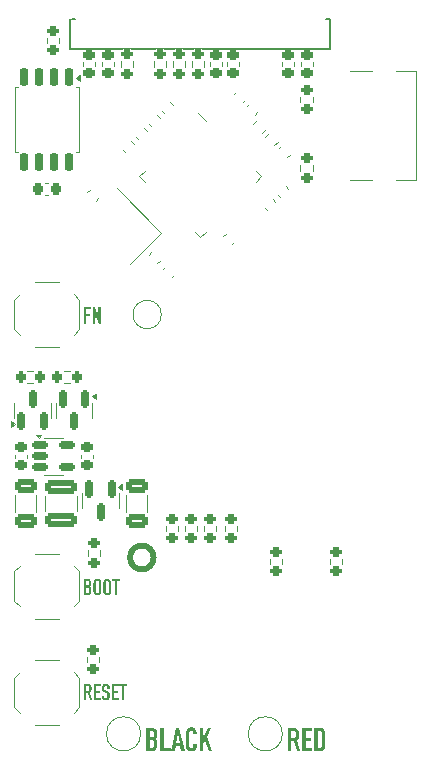
<source format=gto>
%TF.GenerationSoftware,KiCad,Pcbnew,8.99.0-2433-g53022ab347*%
%TF.CreationDate,2024-10-12T16:59:44+02:00*%
%TF.ProjectId,dmm_sao,646d6d5f-7361-46f2-9e6b-696361645f70,1.0*%
%TF.SameCoordinates,PX4f27ac0PY3ef1480*%
%TF.FileFunction,Legend,Top*%
%TF.FilePolarity,Positive*%
%FSLAX46Y46*%
G04 Gerber Fmt 4.6, Leading zero omitted, Abs format (unit mm)*
G04 Created by KiCad (PCBNEW 8.99.0-2433-g53022ab347) date 2024-10-12 16:59:44*
%MOMM*%
%LPD*%
G01*
G04 APERTURE LIST*
G04 Aperture macros list*
%AMRoundRect*
0 Rectangle with rounded corners*
0 $1 Rounding radius*
0 $2 $3 $4 $5 $6 $7 $8 $9 X,Y pos of 4 corners*
0 Add a 4 corners polygon primitive as box body*
4,1,4,$2,$3,$4,$5,$6,$7,$8,$9,$2,$3,0*
0 Add four circle primitives for the rounded corners*
1,1,$1+$1,$2,$3*
1,1,$1+$1,$4,$5*
1,1,$1+$1,$6,$7*
1,1,$1+$1,$8,$9*
0 Add four rect primitives between the rounded corners*
20,1,$1+$1,$2,$3,$4,$5,0*
20,1,$1+$1,$4,$5,$6,$7,0*
20,1,$1+$1,$6,$7,$8,$9,0*
20,1,$1+$1,$8,$9,$2,$3,0*%
%AMHorizOval*
0 Thick line with rounded ends*
0 $1 width*
0 $2 $3 position (X,Y) of the first rounded end (center of the circle)*
0 $4 $5 position (X,Y) of the second rounded end (center of the circle)*
0 Add line between two ends*
20,1,$1,$2,$3,$4,$5,0*
0 Add two circle primitives to create the rounded ends*
1,1,$1,$2,$3*
1,1,$1,$4,$5*%
%AMRotRect*
0 Rectangle, with rotation*
0 The origin of the aperture is its center*
0 $1 length*
0 $2 width*
0 $3 Rotation angle, in degrees counterclockwise*
0 Add horizontal line*
21,1,$1,$2,0,0,$3*%
G04 Aperture macros list end*
%ADD10C,0.280000*%
%ADD11C,0.400000*%
%ADD12C,0.120000*%
%ADD13C,0.500000*%
%ADD14C,0.127000*%
%ADD15RoundRect,0.200000X0.275000X-0.200000X0.275000X0.200000X-0.275000X0.200000X-0.275000X-0.200000X0*%
%ADD16RoundRect,0.225000X-0.017678X0.335876X-0.335876X0.017678X0.017678X-0.335876X0.335876X-0.017678X0*%
%ADD17RoundRect,0.225000X0.017678X-0.335876X0.335876X-0.017678X-0.017678X0.335876X-0.335876X0.017678X0*%
%ADD18RoundRect,0.225000X0.225000X0.250000X-0.225000X0.250000X-0.225000X-0.250000X0.225000X-0.250000X0*%
%ADD19RoundRect,0.225000X-0.250000X0.225000X-0.250000X-0.225000X0.250000X-0.225000X0.250000X0.225000X0*%
%ADD20RoundRect,0.150000X-0.150000X0.587500X-0.150000X-0.587500X0.150000X-0.587500X0.150000X0.587500X0*%
%ADD21R,1.000000X1.700000*%
%ADD22RoundRect,0.200000X-0.200000X-0.275000X0.200000X-0.275000X0.200000X0.275000X-0.200000X0.275000X0*%
%ADD23RoundRect,0.250000X0.650000X-0.325000X0.650000X0.325000X-0.650000X0.325000X-0.650000X-0.325000X0*%
%ADD24RoundRect,0.200000X-0.275000X0.200000X-0.275000X-0.200000X0.275000X-0.200000X0.275000X0.200000X0*%
%ADD25RoundRect,0.150000X-0.512500X-0.150000X0.512500X-0.150000X0.512500X0.150000X-0.512500X0.150000X0*%
%ADD26RoundRect,0.225000X0.335876X0.017678X0.017678X0.335876X-0.335876X-0.017678X-0.017678X-0.335876X0*%
%ADD27RoundRect,0.200000X-0.053033X0.335876X-0.335876X0.053033X0.053033X-0.335876X0.335876X-0.053033X0*%
%ADD28RoundRect,0.250000X1.075000X-0.375000X1.075000X0.375000X-1.075000X0.375000X-1.075000X-0.375000X0*%
%ADD29C,2.500000*%
%ADD30RoundRect,0.150000X-0.150000X0.650000X-0.150000X-0.650000X0.150000X-0.650000X0.150000X0.650000X0*%
%ADD31C,1.300000*%
%ADD32C,1.100000*%
%ADD33R,1.400000X1.800000*%
%ADD34R,3.000000X1.800000*%
%ADD35O,1.727200X1.727200*%
%ADD36R,1.727200X1.727200*%
%ADD37C,1.727200*%
%ADD38RoundRect,0.225000X-0.335876X-0.017678X-0.017678X-0.335876X0.335876X0.017678X0.017678X0.335876X0*%
%ADD39RoundRect,0.225000X0.250000X-0.225000X0.250000X0.225000X-0.250000X0.225000X-0.250000X-0.225000X0*%
%ADD40C,2.000000*%
%ADD41HorizOval,0.200000X-0.238649X0.238649X0.238649X-0.238649X0*%
%ADD42HorizOval,0.200000X-0.238649X-0.238649X0.238649X0.238649X0*%
%ADD43RotRect,0.800000X0.800000X315.000000*%
%ADD44C,0.650000*%
%ADD45R,1.150000X0.300000*%
%ADD46R,1.100000X0.300000*%
%ADD47O,2.100000X1.000000*%
%ADD48O,1.600000X1.000000*%
%ADD49R,0.400000X2.540000*%
%ADD50RoundRect,0.150000X0.150000X-0.587500X0.150000X0.587500X-0.150000X0.587500X-0.150000X-0.587500X0*%
%ADD51RotRect,1.600000X1.300000X135.000000*%
G04 APERTURE END LIST*
D10*
G36*
X7511302Y-52374700D02*
G01*
X7583070Y-52396120D01*
X7645331Y-52430758D01*
X7693688Y-52473997D01*
X7730516Y-52526272D01*
X7755237Y-52586068D01*
X7769176Y-52650299D01*
X7773873Y-52717544D01*
X7773873Y-52768236D01*
X7771466Y-52822464D01*
X7765068Y-52863638D01*
X7753925Y-52900872D01*
X7738995Y-52931855D01*
X7698594Y-52981295D01*
X7638208Y-53025375D01*
X7681148Y-53051580D01*
X7715021Y-53084216D01*
X7740876Y-53123854D01*
X7758106Y-53168478D01*
X7769610Y-53226488D01*
X7773873Y-53301064D01*
X7773873Y-53379882D01*
X7767454Y-53473008D01*
X7749622Y-53549464D01*
X7721877Y-53612186D01*
X7684798Y-53663521D01*
X7637413Y-53704150D01*
X7576477Y-53734756D01*
X7498796Y-53754703D01*
X7400218Y-53762000D01*
X7128290Y-53762000D01*
X7128290Y-53561879D01*
X7328240Y-53561879D01*
X7414750Y-53561879D01*
X7471974Y-53556881D01*
X7510152Y-53544098D01*
X7540582Y-53522590D01*
X7562298Y-53494602D01*
X7576296Y-53460883D01*
X7583925Y-53419461D01*
X7587858Y-53324487D01*
X7581959Y-53231565D01*
X7572813Y-53194136D01*
X7558365Y-53164374D01*
X7535361Y-53140455D01*
X7505194Y-53123769D01*
X7468934Y-53114531D01*
X7416717Y-53110946D01*
X7328240Y-53110946D01*
X7328240Y-53561879D01*
X7128290Y-53561879D01*
X7128290Y-52935872D01*
X7328240Y-52935872D01*
X7418683Y-52935872D01*
X7483443Y-52929154D01*
X7526199Y-52911844D01*
X7553407Y-52886035D01*
X7571345Y-52851021D01*
X7583357Y-52803665D01*
X7587858Y-52740454D01*
X7582865Y-52678868D01*
X7569538Y-52633202D01*
X7549475Y-52599745D01*
X7520295Y-52575502D01*
X7476034Y-52559190D01*
X7410818Y-52552900D01*
X7328240Y-52552900D01*
X7328240Y-52935872D01*
X7128290Y-52935872D01*
X7128290Y-52366884D01*
X7419794Y-52366884D01*
X7511302Y-52374700D01*
G37*
G36*
X8347090Y-52358125D02*
G01*
X8407488Y-52374407D01*
X8464571Y-52400840D01*
X8516310Y-52437153D01*
X8558458Y-52484950D01*
X8592734Y-52545035D01*
X8614472Y-52613056D01*
X8622140Y-52694035D01*
X8622140Y-53431685D01*
X8614333Y-53515791D01*
X8592734Y-53582652D01*
X8558481Y-53640715D01*
X8516310Y-53686602D01*
X8464443Y-53724487D01*
X8407488Y-53751399D01*
X8347094Y-53767617D01*
X8286954Y-53772942D01*
X8226740Y-53767615D01*
X8166334Y-53751399D01*
X8109721Y-53724399D01*
X8059478Y-53686602D01*
X8015781Y-53640573D01*
X7981089Y-53582652D01*
X7959489Y-53515791D01*
X7951682Y-53431685D01*
X7951682Y-52694035D01*
X8151631Y-52694035D01*
X8151631Y-53431685D01*
X8156678Y-53478280D01*
X8170370Y-53512917D01*
X8191809Y-53538542D01*
X8235443Y-53564164D01*
X8286954Y-53572821D01*
X8338391Y-53564168D01*
X8382013Y-53538542D01*
X8403452Y-53512917D01*
X8417144Y-53478280D01*
X8422191Y-53431685D01*
X8422191Y-52694035D01*
X8417142Y-52647443D01*
X8403449Y-52612838D01*
X8382013Y-52587265D01*
X8338385Y-52561573D01*
X8286954Y-52552900D01*
X8235449Y-52561576D01*
X8191809Y-52587265D01*
X8170373Y-52612838D01*
X8156680Y-52647443D01*
X8151631Y-52694035D01*
X7951682Y-52694035D01*
X7959350Y-52613056D01*
X7981089Y-52545035D01*
X8015807Y-52485092D01*
X8059478Y-52437153D01*
X8109590Y-52400930D01*
X8166334Y-52374407D01*
X8226743Y-52358127D01*
X8286954Y-52352779D01*
X8347090Y-52358125D01*
G37*
G36*
X9181424Y-52358125D02*
G01*
X9241821Y-52374407D01*
X9298904Y-52400840D01*
X9350644Y-52437153D01*
X9392792Y-52484950D01*
X9427067Y-52545035D01*
X9448806Y-52613056D01*
X9456474Y-52694035D01*
X9456474Y-53431685D01*
X9448667Y-53515791D01*
X9427067Y-53582652D01*
X9392814Y-53640715D01*
X9350644Y-53686602D01*
X9298777Y-53724487D01*
X9241821Y-53751399D01*
X9181427Y-53767617D01*
X9121287Y-53772942D01*
X9061073Y-53767615D01*
X9000668Y-53751399D01*
X8944055Y-53724399D01*
X8893812Y-53686602D01*
X8850114Y-53640573D01*
X8815422Y-53582652D01*
X8793822Y-53515791D01*
X8786015Y-53431685D01*
X8786015Y-52694035D01*
X8985965Y-52694035D01*
X8985965Y-53431685D01*
X8991011Y-53478280D01*
X9004704Y-53512917D01*
X9026143Y-53538542D01*
X9069776Y-53564164D01*
X9121287Y-53572821D01*
X9172725Y-53564168D01*
X9216347Y-53538542D01*
X9237786Y-53512917D01*
X9251478Y-53478280D01*
X9256525Y-53431685D01*
X9256525Y-52694035D01*
X9251476Y-52647443D01*
X9237782Y-52612838D01*
X9216347Y-52587265D01*
X9172718Y-52561573D01*
X9121287Y-52552900D01*
X9069783Y-52561576D01*
X9026143Y-52587265D01*
X9004707Y-52612838D01*
X8991013Y-52647443D01*
X8985965Y-52694035D01*
X8786015Y-52694035D01*
X8793684Y-52613056D01*
X8815422Y-52545035D01*
X8850141Y-52485092D01*
X8893812Y-52437153D01*
X8943923Y-52400930D01*
X9000668Y-52374407D01*
X9061077Y-52358127D01*
X9121287Y-52352779D01*
X9181424Y-52358125D01*
G37*
G36*
X9741823Y-53762000D02*
G01*
X9741823Y-52552900D01*
X9509560Y-52552900D01*
X9509560Y-52366884D01*
X10171556Y-52366884D01*
X10171556Y-52552900D01*
X9941772Y-52552900D01*
X9941772Y-53762000D01*
X9741823Y-53762000D01*
G37*
G36*
X7545897Y-61275809D02*
G01*
X7622503Y-61300506D01*
X7683598Y-61339373D01*
X7731972Y-61392949D01*
X7768660Y-61463823D01*
X7792788Y-61556320D01*
X7801689Y-61676101D01*
X7797027Y-61757791D01*
X7783942Y-61827038D01*
X7763477Y-61885710D01*
X7732400Y-61938375D01*
X7688312Y-61984560D01*
X7629180Y-62024794D01*
X7844774Y-62662000D01*
X7633113Y-62662000D01*
X7447696Y-62065656D01*
X7328701Y-62065656D01*
X7328701Y-62662000D01*
X7128751Y-62662000D01*
X7128751Y-61890583D01*
X7328701Y-61890583D01*
X7441797Y-61890583D01*
X7491413Y-61886462D01*
X7525658Y-61875794D01*
X7553686Y-61857599D01*
X7574470Y-61833393D01*
X7587305Y-61803677D01*
X7595927Y-61765347D01*
X7601740Y-61671741D01*
X7595927Y-61578135D01*
X7586915Y-61539654D01*
X7572504Y-61508038D01*
X7543233Y-61479191D01*
X7498475Y-61460186D01*
X7432052Y-61452900D01*
X7328701Y-61452900D01*
X7328701Y-61890583D01*
X7128751Y-61890583D01*
X7128751Y-61266884D01*
X7449576Y-61266884D01*
X7545897Y-61275809D01*
G37*
G36*
X7963085Y-62662000D02*
G01*
X7963085Y-61266884D01*
X8559428Y-61266884D01*
X8559428Y-61452900D01*
X8163034Y-61452900D01*
X8163034Y-61863228D01*
X8507453Y-61863228D01*
X8507453Y-62049243D01*
X8163034Y-62049243D01*
X8163034Y-62461879D01*
X8559428Y-62461879D01*
X8559428Y-62662000D01*
X7963085Y-62662000D01*
G37*
G36*
X9336572Y-61666698D02*
G01*
X9136623Y-61666698D01*
X9136623Y-61621562D01*
X9128253Y-61556518D01*
X9104309Y-61502908D01*
X9079025Y-61475927D01*
X9043950Y-61459086D01*
X8995658Y-61452900D01*
X8957165Y-61457159D01*
X8929151Y-61468629D01*
X8905991Y-61486375D01*
X8888032Y-61507781D01*
X8874946Y-61534705D01*
X8866490Y-61565654D01*
X8860592Y-61633273D01*
X8863498Y-61702003D01*
X8878287Y-61751071D01*
X8892454Y-61770901D01*
X8912481Y-61788343D01*
X8974201Y-61819630D01*
X9126963Y-61880496D01*
X9189184Y-61909310D01*
X9234674Y-61940335D01*
X9271639Y-61977583D01*
X9299301Y-62019751D01*
X9317140Y-62069013D01*
X9328708Y-62126692D01*
X9336572Y-62262956D01*
X9332004Y-62349405D01*
X9318877Y-62426830D01*
X9295281Y-62497972D01*
X9262029Y-62555229D01*
X9214849Y-62603872D01*
X9153976Y-62641569D01*
X9082698Y-62664553D01*
X8991127Y-62672942D01*
X8920426Y-62666467D01*
X8855719Y-62647467D01*
X8796969Y-62616760D01*
X8747752Y-62576771D01*
X8707455Y-62528193D01*
X8676201Y-62471881D01*
X8656449Y-62409954D01*
X8649700Y-62341431D01*
X8649700Y-62266888D01*
X8849650Y-62266888D01*
X8849650Y-62329719D01*
X8857749Y-62381865D01*
X8882048Y-62428711D01*
X8906940Y-62452180D01*
X8942089Y-62467217D01*
X8991127Y-62472821D01*
X9039103Y-62468674D01*
X9070799Y-62458118D01*
X9096117Y-62440196D01*
X9114995Y-62415974D01*
X9127295Y-62386558D01*
X9133631Y-62350236D01*
X9136623Y-62264922D01*
X9132690Y-62174735D01*
X9126430Y-62141479D01*
X9117047Y-62117802D01*
X9101168Y-62098288D01*
X9080801Y-62082582D01*
X9021047Y-62053090D01*
X8878116Y-61994191D01*
X8796816Y-61952177D01*
X8740753Y-61905439D01*
X8704667Y-61853995D01*
X8681175Y-61794203D01*
X8666067Y-61722098D01*
X8660642Y-61635239D01*
X8666106Y-61558253D01*
X8682185Y-61486239D01*
X8709523Y-61419731D01*
X8746811Y-61364679D01*
X8793096Y-61319166D01*
X8851616Y-61283212D01*
X8919282Y-61260822D01*
X9003437Y-61252779D01*
X9075520Y-61259826D01*
X9139615Y-61280306D01*
X9197596Y-61312433D01*
X9246386Y-61352882D01*
X9297183Y-61419874D01*
X9326681Y-61491058D01*
X9336572Y-61568561D01*
X9336572Y-61666698D01*
G37*
G36*
X9482666Y-62662000D02*
G01*
X9482666Y-61266884D01*
X10079009Y-61266884D01*
X10079009Y-61452900D01*
X9682615Y-61452900D01*
X9682615Y-61863228D01*
X10027034Y-61863228D01*
X10027034Y-62049243D01*
X9682615Y-62049243D01*
X9682615Y-62461879D01*
X10079009Y-62461879D01*
X10079009Y-62662000D01*
X9482666Y-62662000D01*
G37*
G36*
X10341363Y-62662000D02*
G01*
X10341363Y-61452900D01*
X10109100Y-61452900D01*
X10109100Y-61266884D01*
X10771096Y-61266884D01*
X10771096Y-61452900D01*
X10541312Y-61452900D01*
X10541312Y-62662000D01*
X10341363Y-62662000D01*
G37*
D11*
G36*
X12980027Y-64978143D02*
G01*
X13082554Y-65008743D01*
X13171497Y-65058226D01*
X13240579Y-65119996D01*
X13293191Y-65194674D01*
X13328506Y-65280097D01*
X13348419Y-65371856D01*
X13355129Y-65467920D01*
X13355129Y-65540338D01*
X13351690Y-65617807D01*
X13342550Y-65676625D01*
X13326632Y-65729817D01*
X13305303Y-65774078D01*
X13247588Y-65844708D01*
X13161322Y-65907679D01*
X13222665Y-65945114D01*
X13271054Y-65991738D01*
X13307990Y-66048363D01*
X13332604Y-66112112D01*
X13349039Y-66194983D01*
X13355129Y-66301521D01*
X13355129Y-66414117D01*
X13345959Y-66547155D01*
X13320485Y-66656378D01*
X13280849Y-66745980D01*
X13227878Y-66819316D01*
X13160186Y-66877358D01*
X13073134Y-66921080D01*
X12962161Y-66949577D01*
X12821336Y-66960000D01*
X12432868Y-66960000D01*
X12432868Y-66674113D01*
X12718510Y-66674113D01*
X12842096Y-66674113D01*
X12923844Y-66666973D01*
X12978384Y-66648712D01*
X13021856Y-66617986D01*
X13052878Y-66578004D01*
X13072876Y-66529833D01*
X13083775Y-66470659D01*
X13089392Y-66334982D01*
X13080966Y-66202236D01*
X13067901Y-66148767D01*
X13047260Y-66106249D01*
X13014397Y-66072079D01*
X12971301Y-66048241D01*
X12919501Y-66035045D01*
X12844905Y-66029923D01*
X12718510Y-66029923D01*
X12718510Y-66674113D01*
X12432868Y-66674113D01*
X12432868Y-65779818D01*
X12718510Y-65779818D01*
X12847714Y-65779818D01*
X12940229Y-65770220D01*
X13001309Y-65745492D01*
X13040177Y-65708621D01*
X13065803Y-65658601D01*
X13082963Y-65590951D01*
X13089392Y-65500648D01*
X13082261Y-65412669D01*
X13063221Y-65347432D01*
X13034560Y-65299637D01*
X12992875Y-65265003D01*
X12929645Y-65241700D01*
X12836479Y-65232714D01*
X12718510Y-65232714D01*
X12718510Y-65779818D01*
X12432868Y-65779818D01*
X12432868Y-64966978D01*
X12849302Y-64966978D01*
X12980027Y-64978143D01*
G37*
G36*
X13624773Y-66964518D02*
G01*
X13624773Y-64966978D01*
X13910415Y-64966978D01*
X13910415Y-66678632D01*
X14476692Y-66678632D01*
X14476692Y-66964518D01*
X13624773Y-66964518D01*
G37*
G36*
X15661514Y-66963907D02*
G01*
X15375872Y-66963907D01*
X15291852Y-66530132D01*
X14902651Y-66530132D01*
X14818754Y-66963907D01*
X14533112Y-66963907D01*
X14689039Y-66264396D01*
X14953087Y-66264396D01*
X15238729Y-66264396D01*
X15098656Y-65541437D01*
X15093039Y-65541437D01*
X14953087Y-66264396D01*
X14689039Y-66264396D01*
X14978244Y-64966978D01*
X15216259Y-64966978D01*
X15661514Y-66963907D01*
G37*
G36*
X16706140Y-66389937D02*
G01*
X16706140Y-66513279D01*
X16697346Y-66603597D01*
X16671214Y-66688401D01*
X16629611Y-66766576D01*
X16574860Y-66835436D01*
X16508222Y-66893145D01*
X16430757Y-66937773D01*
X16345697Y-66966062D01*
X16253436Y-66975631D01*
X16172333Y-66970107D01*
X16088450Y-66953161D01*
X16008927Y-66922330D01*
X15937630Y-66874637D01*
X15877322Y-66811673D01*
X15827233Y-66730411D01*
X15795678Y-66634744D01*
X15783879Y-66504853D01*
X15783879Y-65406371D01*
X15792411Y-65310919D01*
X15817341Y-65224288D01*
X15858147Y-65145440D01*
X15912473Y-65078597D01*
X15979344Y-65023918D01*
X16059141Y-64981877D01*
X16147681Y-64955835D01*
X16247819Y-64946828D01*
X16346426Y-64955558D01*
X16432322Y-64980629D01*
X16507898Y-65021391D01*
X16574860Y-65078597D01*
X16629280Y-65148334D01*
X16671214Y-65231249D01*
X16697220Y-65322358D01*
X16706140Y-65423224D01*
X16706140Y-65535331D01*
X16420498Y-65535331D01*
X16420498Y-65439954D01*
X16408425Y-65360918D01*
X16373115Y-65294385D01*
X16337767Y-65260085D01*
X16295795Y-65239767D01*
X16245010Y-65232714D01*
X16178139Y-65241200D01*
X16133350Y-65263565D01*
X16104326Y-65298538D01*
X16078925Y-65369777D01*
X16069521Y-65465233D01*
X16069521Y-66485314D01*
X16079448Y-66567052D01*
X16107135Y-66630882D01*
X16136923Y-66662235D01*
X16180265Y-66682248D01*
X16242201Y-66689745D01*
X16302041Y-66679975D01*
X16362002Y-66647735D01*
X16384232Y-66622019D01*
X16403646Y-66586064D01*
X16415927Y-66544009D01*
X16420498Y-66488122D01*
X16420498Y-66389937D01*
X16706140Y-66389937D01*
G37*
G36*
X16938660Y-66960000D02*
G01*
X16938660Y-64966978D01*
X17224302Y-64966978D01*
X17224302Y-65876660D01*
X17229919Y-65876660D01*
X17647086Y-64966978D01*
X17932728Y-64966978D01*
X17543527Y-65764797D01*
X18005512Y-66960000D01*
X17703140Y-66960000D01*
X17378297Y-66075474D01*
X17224302Y-66363803D01*
X17224302Y-66960000D01*
X16938660Y-66960000D01*
G37*
G36*
X25028790Y-64979727D02*
G01*
X25138227Y-65015008D01*
X25225505Y-65070533D01*
X25294612Y-65147070D01*
X25347023Y-65248319D01*
X25381492Y-65380457D01*
X25394207Y-65551573D01*
X25387547Y-65668274D01*
X25368855Y-65767198D01*
X25339619Y-65851015D01*
X25295223Y-65926251D01*
X25232241Y-65992229D01*
X25147766Y-66049706D01*
X25455757Y-66960000D01*
X25153384Y-66960000D01*
X24888503Y-66108080D01*
X24718510Y-66108080D01*
X24718510Y-66960000D01*
X24432868Y-66960000D01*
X24432868Y-65857976D01*
X24718510Y-65857976D01*
X24880076Y-65857976D01*
X24950956Y-65852089D01*
X24999877Y-65836849D01*
X25039917Y-65810856D01*
X25069609Y-65776277D01*
X25087945Y-65733825D01*
X25100261Y-65679068D01*
X25108565Y-65545345D01*
X25100261Y-65411622D01*
X25087388Y-65356648D01*
X25066800Y-65311482D01*
X25024984Y-65270274D01*
X24961045Y-65243122D01*
X24866154Y-65232714D01*
X24718510Y-65232714D01*
X24718510Y-65857976D01*
X24432868Y-65857976D01*
X24432868Y-64966978D01*
X24891189Y-64966978D01*
X25028790Y-64979727D01*
G37*
G36*
X25624773Y-66960000D02*
G01*
X25624773Y-64966978D01*
X26476692Y-64966978D01*
X26476692Y-65232714D01*
X25910415Y-65232714D01*
X25910415Y-65818897D01*
X26402442Y-65818897D01*
X26402442Y-66084633D01*
X25910415Y-66084633D01*
X25910415Y-66674113D01*
X26476692Y-66674113D01*
X26476692Y-66960000D01*
X25624773Y-66960000D01*
G37*
G36*
X27205072Y-64976537D02*
G01*
X27305525Y-65003162D01*
X27387913Y-65044902D01*
X27455373Y-65101434D01*
X27508807Y-65171838D01*
X27548381Y-65256669D01*
X27573600Y-65358844D01*
X27582623Y-65482086D01*
X27582623Y-66414239D01*
X27572608Y-66555489D01*
X27545146Y-66667878D01*
X27502959Y-66756936D01*
X27447069Y-66827009D01*
X27375771Y-66882806D01*
X27289255Y-66924148D01*
X27184390Y-66950537D01*
X27057135Y-66960000D01*
X26660362Y-66960000D01*
X26660362Y-66694263D01*
X26946004Y-66694263D01*
X27076919Y-66694263D01*
X27154361Y-66686378D01*
X27208967Y-66665528D01*
X27246789Y-66633813D01*
X27272772Y-66590461D01*
X27290318Y-66529183D01*
X27296981Y-66444159D01*
X27296981Y-65480010D01*
X27283898Y-65370672D01*
X27249598Y-65297316D01*
X27212925Y-65263558D01*
X27157757Y-65241247D01*
X27076919Y-65232714D01*
X26946004Y-65232714D01*
X26946004Y-66694263D01*
X26660362Y-66694263D01*
X26660362Y-64966978D01*
X27082414Y-64966978D01*
X27205072Y-64976537D01*
G37*
D10*
G36*
X7155600Y-30762000D02*
G01*
X7155600Y-29366884D01*
X7751944Y-29366884D01*
X7751944Y-29552900D01*
X7355550Y-29552900D01*
X7355550Y-29979641D01*
X7699969Y-29979641D01*
X7699969Y-30165656D01*
X7355550Y-30165656D01*
X7355550Y-30762000D01*
X7155600Y-30762000D01*
G37*
G36*
X7875042Y-30762000D02*
G01*
X7875042Y-29366884D01*
X8065246Y-29366884D01*
X8372907Y-30207458D01*
X8372907Y-29366884D01*
X8572856Y-29366884D01*
X8572856Y-30762000D01*
X8386499Y-30762000D01*
X8074991Y-29923392D01*
X8074991Y-30762000D01*
X7875042Y-30762000D01*
G37*
D12*
%TO.C,R7*%
X14677500Y-9037258D02*
X14677500Y-8562742D01*
X15722500Y-9037258D02*
X15722500Y-8562742D01*
%TO.C,C14*%
X19138782Y-23139970D02*
X18939970Y-23338782D01*
X19860030Y-23861218D02*
X19661218Y-24060030D01*
%TO.C,C22*%
X12639970Y-24938782D02*
X12838782Y-24739970D01*
X13361218Y-25660030D02*
X13560030Y-25461218D01*
%TO.C,C18*%
X20912978Y-12365774D02*
X21111789Y-12166962D01*
X21634227Y-13087022D02*
X21833038Y-12888210D01*
%TO.C,C13*%
X4140581Y-18890001D02*
X3859419Y-18890000D01*
X4140581Y-19910000D02*
X3859419Y-19909999D01*
%TO.C,R1*%
X19077500Y-48337258D02*
X19077500Y-47862742D01*
X20122500Y-48337258D02*
X20122500Y-47862742D01*
%TO.C,C7*%
X1290001Y-41859419D02*
X1290001Y-42140581D01*
X2309999Y-41859419D02*
X2309999Y-42140581D01*
%TO.C,Q2*%
X4739997Y-38100000D02*
X4739997Y-37450001D01*
X4739997Y-38100000D02*
X4739997Y-38750000D01*
X7859997Y-38100000D02*
X7859997Y-37450000D01*
X7859997Y-38100000D02*
X7859997Y-38749999D01*
X8139996Y-37177499D02*
X7809997Y-36937500D01*
X8139997Y-36697500D01*
X8139996Y-37177499D01*
G36*
X8139996Y-37177499D02*
G01*
X7809997Y-36937500D01*
X8139997Y-36697500D01*
X8139996Y-37177499D01*
G37*
%TO.C,SW1*%
X1250000Y-31250000D02*
X1250000Y-28750000D01*
X1699999Y-28300000D02*
X1250000Y-28750000D01*
X1700001Y-31700000D02*
X1250000Y-31250000D01*
X3000000Y-32750000D02*
X4999999Y-32749999D01*
X3000001Y-27250001D02*
X5000000Y-27250000D01*
X6299999Y-28300000D02*
X6750000Y-28750000D01*
X6300001Y-31700000D02*
X6750000Y-31250000D01*
X6750000Y-31250000D02*
X6750000Y-28750000D01*
%TO.C,R9*%
X2362742Y-34777500D02*
X2837258Y-34777500D01*
X2362742Y-35822500D02*
X2837258Y-35822500D01*
%TO.C,C8*%
X1290000Y-46711252D02*
X1290000Y-45288748D01*
X3110000Y-46711252D02*
X3110000Y-45288748D01*
%TO.C,C10*%
X10690000Y-46711252D02*
X10690000Y-45288748D01*
X12510000Y-46711252D02*
X12510000Y-45288748D01*
%TO.C,R3*%
X15677500Y-47862742D02*
X15677500Y-48337258D01*
X16722500Y-47862742D02*
X16722500Y-48337258D01*
%TO.C,U1*%
X4600000Y-40440000D02*
X3800000Y-40440000D01*
X4600000Y-40440000D02*
X5400000Y-40440000D01*
X4600000Y-43560000D02*
X3800000Y-43560000D01*
X4600000Y-43560000D02*
X5400000Y-43560000D01*
X3300000Y-40490000D02*
X3060000Y-40160000D01*
X3540000Y-40160000D01*
X3300000Y-40490000D01*
G36*
X3300000Y-40490000D02*
G01*
X3060000Y-40160000D01*
X3540000Y-40160000D01*
X3300000Y-40490000D01*
G37*
%TO.C,C17*%
X10638782Y-16260030D02*
X10439970Y-16061218D01*
X11360030Y-15538782D02*
X11161218Y-15339970D01*
%TO.C,R17*%
X3977500Y-6562742D02*
X3977500Y-7037258D01*
X5022500Y-6562742D02*
X5022500Y-7037258D01*
%TO.C,R10*%
X5462742Y-34777500D02*
X5937258Y-34777500D01*
X5462742Y-35822500D02*
X5937258Y-35822500D01*
%TO.C,R6*%
X13077500Y-9037258D02*
X13077500Y-8562742D01*
X14122500Y-9037258D02*
X14122500Y-8562742D01*
%TO.C,R15*%
X21798303Y-13562770D02*
X21462770Y-13898303D01*
X22537230Y-14301697D02*
X22201697Y-14637230D01*
%TO.C,C21*%
X7638782Y-19439970D02*
X7439970Y-19638782D01*
X8360030Y-20161218D02*
X8161218Y-20360030D01*
%TO.C,C20*%
X23639970Y-15938782D02*
X23838781Y-15739970D01*
X24361219Y-16660030D02*
X24560030Y-16461218D01*
%TO.C,L1*%
X3840000Y-46602064D02*
X3840000Y-45397935D01*
X6560000Y-46602065D02*
X6560000Y-45397936D01*
%TO.C,R14*%
X22848303Y-14612770D02*
X22512770Y-14948303D01*
X23587230Y-15351697D02*
X23251697Y-15687230D01*
%TO.C,R2*%
X14077500Y-48337258D02*
X14077500Y-47862742D01*
X15122500Y-48337258D02*
X15122500Y-47862742D01*
%TO.C,R16*%
X7377500Y-59437258D02*
X7377500Y-58962742D01*
X8422500Y-59437258D02*
X8422500Y-58962742D01*
%TO.C,R4*%
X17277500Y-47862742D02*
X17277500Y-48337258D01*
X18322500Y-47862742D02*
X18322500Y-48337258D01*
%TO.C,R5*%
X16277500Y-9037258D02*
X16277500Y-8562742D01*
X17322500Y-9037258D02*
X17322500Y-8562742D01*
%TO.C,R19*%
X27977500Y-50662742D02*
X27977500Y-51137258D01*
X29022500Y-50662742D02*
X29022500Y-51137258D01*
%TO.C,J2*%
X11950000Y-65500000D02*
G75*
G02*
X9050000Y-65500000I-1450000J0D01*
G01*
X9050000Y-65500000D02*
G75*
G02*
X11950000Y-65500000I1450000J0D01*
G01*
%TO.C,U3*%
X1275000Y-10775000D02*
X1534996Y-10775001D01*
X1275000Y-13500000D02*
X1275000Y-10775000D01*
X1275000Y-13500000D02*
X1275000Y-16225000D01*
X1275000Y-16225000D02*
X1535000Y-16225000D01*
X6725000Y-10775000D02*
X6465000Y-10775000D01*
X6725000Y-13500000D02*
X6725000Y-10775000D01*
X6725000Y-13500000D02*
X6725000Y-16225000D01*
X6725000Y-16225000D02*
X6465004Y-16224999D01*
X6795000Y-10232500D02*
X6464999Y-9992499D01*
X6795000Y-9752500D01*
X6795000Y-10232500D01*
G36*
X6795000Y-10232500D02*
G01*
X6464999Y-9992499D01*
X6795000Y-9752500D01*
X6795000Y-10232500D01*
G37*
D13*
%TO.C,X1*%
X13047000Y-50571000D02*
G75*
G02*
X11047000Y-50571000I-1000000J0D01*
G01*
X11047000Y-50571000D02*
G75*
G02*
X13047000Y-50571000I1000000J0D01*
G01*
D12*
%TO.C,C11*%
X23539970Y-19861218D02*
X23738782Y-20060030D01*
X24261218Y-19139970D02*
X24460030Y-19338782D01*
%TO.C,C1*%
X25490000Y-8940581D02*
X25490000Y-8659419D01*
X26510000Y-8940581D02*
X26510000Y-8659419D01*
%TO.C,J1*%
X23950000Y-65500000D02*
G75*
G02*
X21050000Y-65500000I-1450000J0D01*
G01*
X21050000Y-65500000D02*
G75*
G02*
X23950000Y-65500000I1450000J0D01*
G01*
%TO.C,TP1*%
X13700000Y-30000000D02*
G75*
G02*
X11300000Y-30000000I-1200000J0D01*
G01*
X11300000Y-30000000D02*
G75*
G02*
X13700000Y-30000000I1200000J0D01*
G01*
%TO.C,C12*%
X22439970Y-20961218D02*
X22638782Y-21160030D01*
X23161218Y-20239970D02*
X23360030Y-20438782D01*
%TO.C,R18*%
X22877500Y-50662742D02*
X22877500Y-51137258D01*
X23922500Y-50662742D02*
X23922500Y-51137258D01*
%TO.C,C6*%
X8690001Y-8659419D02*
X8690000Y-8940581D01*
X9710000Y-8659419D02*
X9709999Y-8940581D01*
%TO.C,C16*%
X12838782Y-14060030D02*
X12639970Y-13861218D01*
X13560030Y-13338782D02*
X13361218Y-13139970D01*
%TO.C,C24*%
X13938782Y-12960030D02*
X13739970Y-12761218D01*
X14660030Y-12238782D02*
X14461218Y-12039970D01*
%TO.C,U2*%
X6995000Y-45740000D02*
X6995000Y-45090000D01*
X6995000Y-45740000D02*
X6995000Y-46389999D01*
X10115000Y-45740000D02*
X10115000Y-45090001D01*
X10115000Y-45740000D02*
X10115000Y-46390000D01*
X10394999Y-44817499D02*
X10065000Y-44577500D01*
X10395000Y-44337500D01*
X10394999Y-44817499D01*
G36*
X10394999Y-44817499D02*
G01*
X10065000Y-44577500D01*
X10395000Y-44337500D01*
X10394999Y-44817499D01*
G37*
%TO.C,R8*%
X10277500Y-8562742D02*
X10277500Y-9037258D01*
X11322500Y-8562742D02*
X11322500Y-9037258D01*
%TO.C,R12*%
X25477500Y-11562742D02*
X25477500Y-12037258D01*
X26522500Y-11562742D02*
X26522500Y-12037258D01*
%TO.C,C5*%
X17790000Y-8940581D02*
X17790000Y-8659419D01*
X18810000Y-8940581D02*
X18810000Y-8659419D01*
%TO.C,C3*%
X19290000Y-8940581D02*
X19290000Y-8659419D01*
X20310000Y-8940581D02*
X20310000Y-8659419D01*
%TO.C,U4*%
X11838120Y-18300000D02*
X12297741Y-17840381D01*
X12297740Y-18759621D02*
X11838120Y-18300000D01*
X16540381Y-23002259D02*
X17000000Y-23461880D01*
X17000000Y-23461880D02*
X17459621Y-23002260D01*
X17459619Y-13597741D02*
X16796706Y-12934828D01*
X21702260Y-17840379D02*
X22161880Y-18300000D01*
X22161880Y-18300000D02*
X21702259Y-18759619D01*
%TO.C,SW4*%
X1250000Y-54250000D02*
X1250000Y-51750000D01*
X1699999Y-51300000D02*
X1250000Y-51750000D01*
X1700001Y-54700000D02*
X1250000Y-54250000D01*
X3000000Y-55750000D02*
X4999999Y-55749999D01*
X3000001Y-50250001D02*
X5000000Y-50250000D01*
X6299999Y-51300000D02*
X6750000Y-51750000D01*
X6300001Y-54700000D02*
X6750000Y-54250000D01*
X6750000Y-54250000D02*
X6750000Y-51750000D01*
%TO.C,R11*%
X25477500Y-17837258D02*
X25477500Y-17362742D01*
X26522500Y-17837258D02*
X26522500Y-17362742D01*
%TO.C,C15*%
X14038782Y-25939970D02*
X13839970Y-26138782D01*
X14760030Y-26661218D02*
X14561218Y-26860030D01*
%TO.C,C4*%
X7090001Y-8659419D02*
X7090000Y-8940581D01*
X8110000Y-8659419D02*
X8109999Y-8940581D01*
%TO.C,J3*%
X29650000Y-18580001D02*
X31570001Y-18580000D01*
X31570000Y-9419999D02*
X29649998Y-9420000D01*
X33579999Y-9420000D02*
X35285000Y-9420000D01*
X35285000Y-9420000D02*
X35285000Y-18580000D01*
X35285000Y-18580000D02*
X33580000Y-18580000D01*
%TO.C,R13*%
X7477500Y-50437258D02*
X7477500Y-49962742D01*
X8522500Y-50437258D02*
X8522500Y-49962742D01*
D14*
%TO.C,OLEDM1*%
X5999998Y-7539999D02*
X6000000Y-4999999D01*
X6099999Y-5000001D02*
X6400001Y-5000000D01*
X27921998Y-7540000D02*
X6077999Y-7539997D01*
X28000000Y-5000001D02*
X27599999Y-5000000D01*
X28000000Y-5000001D02*
X28000000Y-7540001D01*
D12*
%TO.C,Q1*%
X1240000Y-38100000D02*
X1240000Y-37450001D01*
X1240000Y-38100000D02*
X1240000Y-38750000D01*
X4360000Y-38100000D02*
X4360000Y-37450000D01*
X4360000Y-38100000D02*
X4360000Y-38749999D01*
X1290000Y-39262500D02*
X960000Y-39502500D01*
X960000Y-39022499D01*
X1290000Y-39262500D01*
G36*
X1290000Y-39262500D02*
G01*
X960000Y-39502500D01*
X960000Y-39022499D01*
X1290000Y-39262500D01*
G37*
%TO.C,C19*%
X19862978Y-11315774D02*
X20061789Y-11116962D01*
X20584227Y-12037022D02*
X20783038Y-11838210D01*
%TO.C,C9*%
X6890000Y-41859419D02*
X6890001Y-42140581D01*
X7909999Y-41859419D02*
X7910000Y-42140581D01*
%TO.C,SW3*%
X1250000Y-63250000D02*
X1250000Y-60750000D01*
X1699999Y-60300000D02*
X1250000Y-60750000D01*
X1700001Y-63700000D02*
X1250000Y-63250000D01*
X3000000Y-64750000D02*
X4999999Y-64749999D01*
X3000001Y-59250001D02*
X5000000Y-59250000D01*
X6299999Y-60300000D02*
X6750000Y-60750000D01*
X6300001Y-63700000D02*
X6750000Y-63250000D01*
X6750000Y-63250000D02*
X6750000Y-60750000D01*
%TO.C,Y1*%
X11065687Y-25681982D02*
X13681979Y-23065684D01*
X13681979Y-23065684D02*
X9934313Y-19318018D01*
%TO.C,C23*%
X11738782Y-15160030D02*
X11539970Y-14961218D01*
X12460030Y-14438782D02*
X12261218Y-14239970D01*
%TO.C,C2*%
X23890000Y-8940581D02*
X23890000Y-8659419D01*
X24910000Y-8940581D02*
X24910000Y-8659419D01*
%TD*%
%LPC*%
D15*
%TO.C,R7*%
X15200000Y-9625000D03*
X15200000Y-7975000D03*
%TD*%
D16*
%TO.C,C14*%
X19948008Y-23051992D03*
X18851992Y-24148008D03*
%TD*%
D17*
%TO.C,C22*%
X12551992Y-25748008D03*
X13648008Y-24651992D03*
%TD*%
%TO.C,C18*%
X20825000Y-13175000D03*
X21921016Y-12078984D03*
%TD*%
D18*
%TO.C,C13*%
X4775001Y-19400000D03*
X3224999Y-19400000D03*
%TD*%
D15*
%TO.C,R1*%
X19600000Y-48925000D03*
X19600000Y-47275000D03*
%TD*%
D19*
%TO.C,C7*%
X1800000Y-41224999D03*
X1800000Y-42775001D03*
%TD*%
D20*
%TO.C,Q2*%
X7249996Y-37162499D03*
X5349998Y-37162499D03*
X6299997Y-39037500D03*
%TD*%
D21*
%TO.C,SW1*%
X2100000Y-33150000D03*
X2100000Y-26850000D03*
X5900000Y-33150000D03*
X5900000Y-26850000D03*
%TD*%
D22*
%TO.C,R9*%
X1775000Y-35300000D03*
X3425000Y-35300000D03*
%TD*%
D23*
%TO.C,C8*%
X2200000Y-47475000D03*
X2200000Y-44525000D03*
%TD*%
%TO.C,C10*%
X11600000Y-47475000D03*
X11600000Y-44525000D03*
%TD*%
D24*
%TO.C,R3*%
X16200000Y-47275000D03*
X16200000Y-48925000D03*
%TD*%
D25*
%TO.C,U1*%
X3462500Y-41050000D03*
X3462500Y-42000000D03*
X3462500Y-42950000D03*
X5737500Y-42950000D03*
X5737500Y-41050000D03*
%TD*%
D26*
%TO.C,C17*%
X11448008Y-16348008D03*
X10351992Y-15251992D03*
%TD*%
D24*
%TO.C,R17*%
X4500000Y-5975000D03*
X4500000Y-7625000D03*
%TD*%
D22*
%TO.C,R10*%
X4875000Y-35300000D03*
X6525000Y-35300000D03*
%TD*%
D15*
%TO.C,R6*%
X13600000Y-9625000D03*
X13600000Y-7975000D03*
%TD*%
D27*
%TO.C,R15*%
X22583363Y-13516637D03*
X21416637Y-14683363D03*
%TD*%
D16*
%TO.C,C21*%
X8448008Y-19351992D03*
X7351992Y-20448008D03*
%TD*%
D17*
%TO.C,C20*%
X23551992Y-16748008D03*
X24648008Y-15651992D03*
%TD*%
D28*
%TO.C,L1*%
X5200000Y-47400000D03*
X5200000Y-44600000D03*
%TD*%
D27*
%TO.C,R14*%
X23633363Y-14566637D03*
X22466637Y-15733363D03*
%TD*%
D15*
%TO.C,R2*%
X14600000Y-48925000D03*
X14600000Y-47275000D03*
%TD*%
%TO.C,R16*%
X7900000Y-60025000D03*
X7900000Y-58375000D03*
%TD*%
D24*
%TO.C,R4*%
X17800000Y-47275000D03*
X17800000Y-48925000D03*
%TD*%
D15*
%TO.C,R5*%
X16800000Y-9625000D03*
X16800000Y-7975000D03*
%TD*%
D24*
%TO.C,R19*%
X28500000Y-50075000D03*
X28500000Y-51725000D03*
%TD*%
D29*
%TO.C,J2*%
X10500000Y-65500000D03*
%TD*%
D30*
%TO.C,U3*%
X5905000Y-9900003D03*
X4635000Y-9900000D03*
X3365000Y-9900000D03*
X2095001Y-9899999D03*
X2095000Y-17099997D03*
X3365000Y-17100000D03*
X4635000Y-17100000D03*
X5904999Y-17100001D03*
%TD*%
D31*
%TO.C,SW2*%
X22000000Y-36000000D03*
D32*
X30000000Y-36000000D03*
D33*
X23500000Y-44100000D03*
X28500000Y-44100000D03*
D34*
X26000000Y-29900000D03*
D33*
X26000000Y-44100000D03*
%TD*%
D35*
%TO.C,X1*%
X14520000Y-52750000D03*
D36*
X14520000Y-55290000D03*
D35*
X17060000Y-52750000D03*
X17060000Y-55290000D03*
D37*
X19600000Y-52750000D03*
X19600000Y-55290000D03*
%TD*%
D38*
%TO.C,C11*%
X23451992Y-19051992D03*
X24548008Y-20148008D03*
%TD*%
D39*
%TO.C,C1*%
X26000000Y-9575001D03*
X26000000Y-8024999D03*
%TD*%
D29*
%TO.C,J1*%
X22500000Y-65500000D03*
%TD*%
D40*
%TO.C,TP1*%
X12500000Y-30000000D03*
%TD*%
D38*
%TO.C,C12*%
X22351992Y-20151992D03*
X23448008Y-21248008D03*
%TD*%
D24*
%TO.C,R18*%
X23400000Y-50075000D03*
X23400000Y-51725000D03*
%TD*%
D19*
%TO.C,C6*%
X9200000Y-8024999D03*
X9200000Y-9575001D03*
%TD*%
D26*
%TO.C,C16*%
X13648008Y-14148008D03*
X12551992Y-13051992D03*
%TD*%
%TO.C,C24*%
X14748008Y-13048008D03*
X13651992Y-11951992D03*
%TD*%
D20*
%TO.C,U2*%
X9505000Y-44802500D03*
X7605001Y-44802499D03*
X8555000Y-46677500D03*
%TD*%
D24*
%TO.C,R8*%
X10800000Y-7975000D03*
X10800000Y-9625000D03*
%TD*%
%TO.C,R12*%
X26000000Y-10975000D03*
X26000000Y-12625000D03*
%TD*%
D39*
%TO.C,C5*%
X18300000Y-9575001D03*
X18300000Y-8024999D03*
%TD*%
%TO.C,C3*%
X19800000Y-9575001D03*
X19800000Y-8024999D03*
%TD*%
D41*
%TO.C,U4*%
X16407797Y-14030841D03*
X16124956Y-14313685D03*
X15842112Y-14596528D03*
X15559270Y-14879371D03*
X15276427Y-15162214D03*
X14993584Y-15445056D03*
X14710743Y-15727898D03*
X14427900Y-16010743D03*
X14145055Y-16293583D03*
X13862214Y-16576427D03*
X13579371Y-16859269D03*
X13296529Y-17142111D03*
X13013683Y-17424956D03*
X12730840Y-17707797D03*
D42*
X12730841Y-18892203D03*
X13013685Y-19175044D03*
X13296528Y-19457888D03*
X13579371Y-19740730D03*
X13862214Y-20023573D03*
X14145056Y-20306416D03*
X14427898Y-20589257D03*
X14710743Y-20872100D03*
X14993583Y-21154945D03*
X15276427Y-21437786D03*
X15559269Y-21720629D03*
X15842111Y-22003471D03*
X16124956Y-22286317D03*
X16407797Y-22569160D03*
D41*
X17592203Y-22569159D03*
X17875044Y-22286315D03*
X18157888Y-22003472D03*
X18440730Y-21720629D03*
X18723573Y-21437786D03*
X19006416Y-21154944D03*
X19289257Y-20872102D03*
X19572100Y-20589257D03*
X19854945Y-20306417D03*
X20137786Y-20023573D03*
X20420629Y-19740731D03*
X20703471Y-19457889D03*
X20986317Y-19175044D03*
X21269160Y-18892203D03*
D42*
X21269159Y-17707797D03*
X20986315Y-17424956D03*
X20703472Y-17142112D03*
X20420629Y-16859270D03*
X20137786Y-16576427D03*
X19854944Y-16293584D03*
X19572102Y-16010743D03*
X19289257Y-15727900D03*
X19006417Y-15445055D03*
X18723573Y-15162214D03*
X18440731Y-14879371D03*
X18157889Y-14596529D03*
X17875044Y-14313683D03*
X17592203Y-14030840D03*
D43*
X16434312Y-17168627D03*
X15868628Y-17734314D03*
X15302943Y-18299999D03*
X17000001Y-16602943D03*
X17565686Y-17168628D03*
X17000000Y-17734315D03*
X16434315Y-18300000D03*
X15868627Y-18865688D03*
X18131373Y-17734312D03*
X17565685Y-18300000D03*
X17000000Y-18865685D03*
X16434314Y-19431372D03*
X16999999Y-19997057D03*
X18697057Y-18300001D03*
X18131372Y-18865686D03*
X17565688Y-19431373D03*
%TD*%
D21*
%TO.C,SW4*%
X2100000Y-56150000D03*
X2100000Y-49850000D03*
X5900000Y-56150000D03*
X5900000Y-49850000D03*
%TD*%
D15*
%TO.C,R11*%
X26000000Y-18425000D03*
X26000000Y-16775000D03*
%TD*%
D16*
%TO.C,C15*%
X14848008Y-25851992D03*
X13751992Y-26948008D03*
%TD*%
D19*
%TO.C,C4*%
X7600000Y-8024999D03*
X7600000Y-9575001D03*
%TD*%
D44*
%TO.C,J3*%
X28895000Y-16890000D03*
X28895001Y-11110000D03*
D45*
X27830000Y-17349999D03*
X27830000Y-16550000D03*
X27830000Y-15250001D03*
X27830000Y-14249999D03*
X27830000Y-13749999D03*
X27829999Y-12750000D03*
X27830000Y-11450000D03*
X27830000Y-10649999D03*
D46*
X27805000Y-10950000D03*
D45*
X27829999Y-11749999D03*
X27830000Y-12250000D03*
X27830001Y-13250000D03*
X27830000Y-14750000D03*
X27830001Y-15749999D03*
X27830001Y-16250001D03*
D46*
X27805000Y-17050001D03*
D47*
X28395000Y-18320002D03*
D48*
X32575000Y-18320001D03*
D47*
X28394998Y-9680000D03*
D48*
X32575000Y-9680000D03*
%TD*%
D15*
%TO.C,R13*%
X8000000Y-51025000D03*
X8000000Y-49375000D03*
%TD*%
D49*
%TO.C,OLEDM1*%
X27150000Y-5700000D03*
X26450000Y-5700000D03*
X25750000Y-5700000D03*
X25050000Y-5700000D03*
X24350000Y-5700000D03*
X23650002Y-5700001D03*
X22949999Y-5700001D03*
X22249998Y-5699998D03*
X21550002Y-5700002D03*
X20849998Y-5700000D03*
X20149998Y-5700001D03*
X19450001Y-5700000D03*
X18749998Y-5700000D03*
X18050000Y-5699998D03*
X17350000Y-5699999D03*
X16649998Y-5700000D03*
X15950000Y-5699998D03*
X15250001Y-5699999D03*
X14550000Y-5700002D03*
X13849999Y-5699998D03*
X13150002Y-5699999D03*
X12449998Y-5700002D03*
X11750001Y-5700001D03*
X11050001Y-5699998D03*
X10350000Y-5700002D03*
X9650000Y-5700002D03*
X8949998Y-5700000D03*
X8250000Y-5700000D03*
X7550000Y-5700000D03*
X6850002Y-5700001D03*
%TD*%
D50*
%TO.C,Q1*%
X1850003Y-39037502D03*
X3749999Y-39037501D03*
X2800000Y-37162500D03*
%TD*%
D17*
%TO.C,C19*%
X19775000Y-12125000D03*
X20871016Y-11028984D03*
%TD*%
D19*
%TO.C,C9*%
X7400000Y-41224999D03*
X7400000Y-42775001D03*
%TD*%
D21*
%TO.C,SW3*%
X2100000Y-65150000D03*
X2100000Y-58850000D03*
X5900000Y-65150000D03*
X5900000Y-58850000D03*
%TD*%
D51*
%TO.C,Y1*%
X12373833Y-22959619D03*
X10040381Y-20626167D03*
X8626167Y-22040381D03*
X10959619Y-24373833D03*
%TD*%
D26*
%TO.C,C23*%
X12548008Y-15248008D03*
X11451992Y-14151992D03*
%TD*%
D39*
%TO.C,C2*%
X24400000Y-9575001D03*
X24400000Y-8024999D03*
%TD*%
%LPD*%
M02*

</source>
